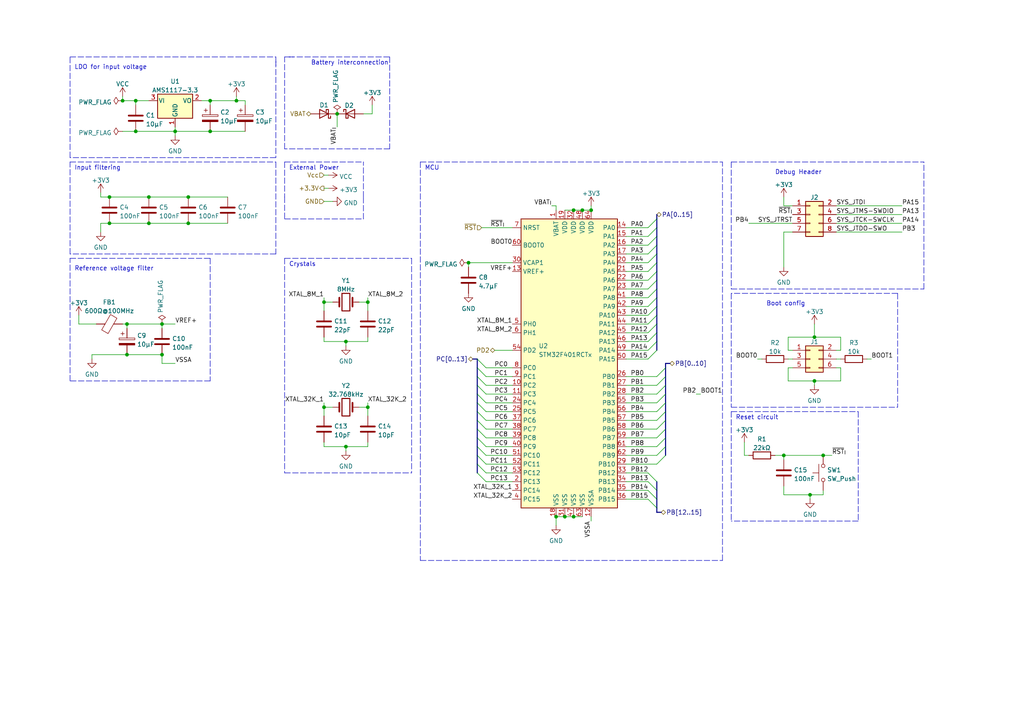
<source format=kicad_sch>
(kicad_sch (version 20211123) (generator eeschema)
  (paper "A4")
  (lib_symbols
    (symbol "Connector_Generic:Conn_02x03_Odd_Even" (pin_names (offset 1.016) hide)
      (property "Reference" "J" (at 1.27 5.08 0))
      (property "Value" "Conn_02x03_Odd_Even" (at 1.27 -5.08 0))
      (symbol "Conn_02x03_Odd_Even_1_1"
        (rectangle (start -1.27 -2.413) (end 0 -2.667) (stroke (width 0.1524)))
        (rectangle (start -1.27 0.127) (end 0 -0.127) (stroke (width 0.1524)))
        (rectangle (start -1.27 2.667) (end 0 2.413) (stroke (width 0.1524)))
        (rectangle (start -1.27 3.81) (end 3.81 -3.81) (stroke (width 0.254)) (fill (type background)))
        (rectangle (start 3.81 -2.413) (end 2.54 -2.667) (stroke (width 0.1524)))
        (rectangle (start 3.81 0.127) (end 2.54 -0.127) (stroke (width 0.1524)))
        (rectangle (start 3.81 2.667) (end 2.54 2.413) (stroke (width 0.1524)))
        (pin passive line (at -5.08 2.54 0) (length 3.81) (name "Pin_1") (number "1"))
        (pin passive line (at 7.62 2.54 180) (length 3.81) (name "Pin_2") (number "2"))
        (pin passive line (at -5.08 0 0) (length 3.81) (name "Pin_3") (number "3"))
        (pin passive line (at 7.62 0 180) (length 3.81) (name "Pin_4") (number "4"))
        (pin passive line (at -5.08 -2.54 0) (length 3.81) (name "Pin_5") (number "5"))
        (pin passive line (at 7.62 -2.54 180) (length 3.81) (name "Pin_6") (number "6"))
      )
    )
    (symbol "Connector_Generic:Conn_02x04_Odd_Even" (pin_names (offset 1.016) hide)
      (property "Reference" "J" (at 1.27 5.08 0))
      (property "Value" "Conn_02x04_Odd_Even" (at 1.27 -7.62 0))
      (symbol "Conn_02x04_Odd_Even_1_1"
        (rectangle (start -1.27 -4.953) (end 0 -5.207) (stroke (width 0.1524)))
        (rectangle (start -1.27 -2.413) (end 0 -2.667) (stroke (width 0.1524)))
        (rectangle (start -1.27 0.127) (end 0 -0.127) (stroke (width 0.1524)))
        (rectangle (start -1.27 2.667) (end 0 2.413) (stroke (width 0.1524)))
        (rectangle (start -1.27 3.81) (end 3.81 -6.35) (stroke (width 0.254)) (fill (type background)))
        (rectangle (start 3.81 -4.953) (end 2.54 -5.207) (stroke (width 0.1524)))
        (rectangle (start 3.81 -2.413) (end 2.54 -2.667) (stroke (width 0.1524)))
        (rectangle (start 3.81 0.127) (end 2.54 -0.127) (stroke (width 0.1524)))
        (rectangle (start 3.81 2.667) (end 2.54 2.413) (stroke (width 0.1524)))
        (pin passive line (at -5.08 2.54 0) (length 3.81) (name "Pin_1") (number "1"))
        (pin passive line (at 7.62 2.54 180) (length 3.81) (name "Pin_2") (number "2"))
        (pin passive line (at -5.08 0 0) (length 3.81) (name "Pin_3") (number "3"))
        (pin passive line (at 7.62 0 180) (length 3.81) (name "Pin_4") (number "4"))
        (pin passive line (at -5.08 -2.54 0) (length 3.81) (name "Pin_5") (number "5"))
        (pin passive line (at 7.62 -2.54 180) (length 3.81) (name "Pin_6") (number "6"))
        (pin passive line (at -5.08 -5.08 0) (length 3.81) (name "Pin_7") (number "7"))
        (pin passive line (at 7.62 -5.08 180) (length 3.81) (name "Pin_8") (number "8"))
      )
    )
    (symbol "Device:C" (pin_numbers hide) (pin_names (offset 0.254))
      (property "Reference" "C" (at 0.635 2.54 0))
      (property "Value" "C" (at 0.635 -2.54 0))
      (symbol "C_0_1"
        (polyline (pts (xy -2.032 -0.762) (xy 2.032 -0.762)) (stroke (width 0.508)))
        (polyline (pts (xy -2.032 0.762) (xy 2.032 0.762)) (stroke (width 0.508)))
      )
      (symbol "C_1_1"
        (pin passive line (at 0 3.81 270) (length 2.794) (name "~") (number "1"))
        (pin passive line (at 0 -3.81 90) (length 2.794) (name "~") (number "2"))
      )
    )
    (symbol "Device:C_Polarized" (pin_numbers hide) (pin_names (offset 0.254))
      (property "Reference" "C" (at 0.635 2.54 0))
      (property "Value" "C_Polarized" (at 0.635 -2.54 0))
      (symbol "C_Polarized_0_1"
        (rectangle (start -2.286 0.508) (end 2.286 1.016))
        (polyline (pts (xy -1.778 2.286) (xy -0.762 2.286)))
        (polyline (pts (xy -1.27 2.794) (xy -1.27 1.778)))
        (rectangle (start 2.286 -0.508) (end -2.286 -1.016) (fill (type outline)))
      )
      (symbol "C_Polarized_1_1"
        (pin passive line (at 0 3.81 270) (length 2.794) (name "~") (number "1"))
        (pin passive line (at 0 -3.81 90) (length 2.794) (name "~") (number "2"))
      )
    )
    (symbol "Device:Crystal" (pin_numbers hide) (pin_names (offset 1.016) hide)
      (property "Reference" "Y" (at 0 3.81 0))
      (property "Value" "Crystal" (at 0 -3.81 0))
      (symbol "Crystal_0_1"
        (rectangle (start -1.143 2.54) (end 1.143 -2.54) (stroke (width 0.3048)))
        (polyline (pts (xy -2.54 0) (xy -1.905 0)))
        (polyline (pts (xy -1.905 -1.27) (xy -1.905 1.27)) (stroke (width 0.508)))
        (polyline (pts (xy 1.905 -1.27) (xy 1.905 1.27)) (stroke (width 0.508)))
        (polyline (pts (xy 2.54 0) (xy 1.905 0)))
      )
      (symbol "Crystal_1_1"
        (pin passive line (at -3.81 0 0) (length 1.27) (name "1") (number "1"))
        (pin passive line (at 3.81 0 180) (length 1.27) (name "2") (number "2"))
      )
    )
    (symbol "Device:D_Schottky" (pin_numbers hide) (pin_names (offset 1.016) hide)
      (property "Reference" "D" (at 0 2.54 0))
      (property "Value" "D_Schottky" (at 0 -2.54 0))
      (symbol "D_Schottky_0_1"
        (polyline (pts (xy 1.27 0) (xy -1.27 0)))
        (polyline (pts (xy 1.27 1.27) (xy 1.27 -1.27) (xy -1.27 0) (xy 1.27 1.27)) (stroke (width 0.254)))
        (polyline (pts (xy -1.905 0.635) (xy -1.905 1.27) (xy -1.27 1.27) (xy -1.27 -1.27) (xy -0.635 -1.27) (xy -0.635 -0.635)) (stroke (width 0.254)))
      )
      (symbol "D_Schottky_1_1"
        (pin passive line (at -3.81 0 0) (length 2.54) (name "K") (number "1"))
        (pin passive line (at 3.81 0 180) (length 2.54) (name "A") (number "2"))
      )
    )
    (symbol "Device:FerriteBead" (pin_numbers hide) (pin_names (offset 0))
      (property "Reference" "FB" (at -3.81 0.635 90))
      (property "Value" "FerriteBead" (at 3.81 0 90))
      (symbol "FerriteBead_0_1"
        (polyline (pts (xy 0 -1.27) (xy 0 -1.2192)))
        (polyline (pts (xy 0 1.27) (xy 0 1.2954)))
        (polyline (pts (xy -2.7686 0.4064) (xy -1.7018 2.2606) (xy 2.7686 -0.3048) (xy 1.6764 -2.159) (xy -2.7686 0.4064)))
      )
      (symbol "FerriteBead_1_1"
        (pin passive line (at 0 3.81 270) (length 2.54) (name "~") (number "1"))
        (pin passive line (at 0 -3.81 90) (length 2.54) (name "~") (number "2"))
      )
    )
    (symbol "Device:R" (pin_numbers hide) (pin_names (offset 0))
      (property "Reference" "R" (at 2.032 0 90))
      (property "Value" "R" (at 0 0 90))
      (symbol "R_0_1"
        (rectangle (start -1.016 -2.54) (end 1.016 2.54) (stroke (width 0.254)))
      )
      (symbol "R_1_1"
        (pin passive line (at 0 3.81 270) (length 1.27) (name "~") (number "1"))
        (pin passive line (at 0 -3.81 90) (length 1.27) (name "~") (number "2"))
      )
    )
    (symbol "MCU_ST_STM32F4:STM32F401RCTx"
      (property "Reference" "U" (at -15.24 41.91 0))
      (property "Value" "STM32F401RCTx" (at 7.62 41.91 0))
      (symbol "STM32F401RCTx_0_1"
        (rectangle (start -15.24 -43.18) (end 12.7 40.64) (stroke (width 0.254)) (fill (type background)))
      )
      (symbol "STM32F401RCTx_1_1"
        (pin power_in line (at -5.08 43.18 270) (length 2.54) (name "VBAT") (number "1"))
        (pin bidirectional line (at -17.78 -7.62 0) (length 2.54) (name "PC2") (number "10"))
        (pin bidirectional line (at -17.78 -10.16 0) (length 2.54) (name "PC3") (number "11"))
        (pin power_in line (at 5.08 -45.72 90) (length 2.54) (name "VSSA") (number "12"))
        (pin power_in line (at -17.78 25.4 0) (length 2.54) (name "VREF+") (number "13"))
        (pin bidirectional line (at 15.24 38.1 180) (length 2.54) (name "PA0") (number "14"))
        (pin bidirectional line (at 15.24 35.56 180) (length 2.54) (name "PA1") (number "15"))
        (pin bidirectional line (at 15.24 33.02 180) (length 2.54) (name "PA2") (number "16"))
        (pin bidirectional line (at 15.24 30.48 180) (length 2.54) (name "PA3") (number "17"))
        (pin power_in line (at -5.08 -45.72 90) (length 2.54) (name "VSS") (number "18"))
        (pin power_in line (at -2.54 43.18 270) (length 2.54) (name "VDD") (number "19"))
        (pin bidirectional line (at -17.78 -35.56 0) (length 2.54) (name "PC13") (number "2"))
        (pin bidirectional line (at 15.24 27.94 180) (length 2.54) (name "PA4") (number "20"))
        (pin bidirectional line (at 15.24 25.4 180) (length 2.54) (name "PA5") (number "21"))
        (pin bidirectional line (at 15.24 22.86 180) (length 2.54) (name "PA6") (number "22"))
        (pin bidirectional line (at 15.24 20.32 180) (length 2.54) (name "PA7") (number "23"))
        (pin bidirectional line (at -17.78 -12.7 0) (length 2.54) (name "PC4") (number "24"))
        (pin bidirectional line (at -17.78 -15.24 0) (length 2.54) (name "PC5") (number "25"))
        (pin bidirectional line (at 15.24 -5.08 180) (length 2.54) (name "PB0") (number "26"))
        (pin bidirectional line (at 15.24 -7.62 180) (length 2.54) (name "PB1") (number "27"))
        (pin bidirectional line (at 15.24 -10.16 180) (length 2.54) (name "PB2") (number "28"))
        (pin bidirectional line (at 15.24 -30.48 180) (length 2.54) (name "PB10") (number "29"))
        (pin bidirectional line (at -17.78 -38.1 0) (length 2.54) (name "PC14") (number "3"))
        (pin power_in line (at -17.78 27.94 0) (length 2.54) (name "VCAP1") (number "30"))
        (pin power_in line (at -2.54 -45.72 90) (length 2.54) (name "VSS") (number "31"))
        (pin power_in line (at 0 43.18 270) (length 2.54) (name "VDD") (number "32"))
        (pin bidirectional line (at 15.24 -33.02 180) (length 2.54) (name "PB12") (number "33"))
        (pin bidirectional line (at 15.24 -35.56 180) (length 2.54) (name "PB13") (number "34"))
        (pin bidirectional line (at 15.24 -38.1 180) (length 2.54) (name "PB14") (number "35"))
        (pin bidirectional line (at 15.24 -40.64 180) (length 2.54) (name "PB15") (number "36"))
        (pin bidirectional line (at -17.78 -17.78 0) (length 2.54) (name "PC6") (number "37"))
        (pin bidirectional line (at -17.78 -20.32 0) (length 2.54) (name "PC7") (number "38"))
        (pin bidirectional line (at -17.78 -22.86 0) (length 2.54) (name "PC8") (number "39"))
        (pin bidirectional line (at -17.78 -40.64 0) (length 2.54) (name "PC15") (number "4"))
        (pin bidirectional line (at -17.78 -25.4 0) (length 2.54) (name "PC9") (number "40"))
        (pin bidirectional line (at 15.24 17.78 180) (length 2.54) (name "PA8") (number "41"))
        (pin bidirectional line (at 15.24 15.24 180) (length 2.54) (name "PA9") (number "42"))
        (pin bidirectional line (at 15.24 12.7 180) (length 2.54) (name "PA10") (number "43"))
        (pin bidirectional line (at 15.24 10.16 180) (length 2.54) (name "PA11") (number "44"))
        (pin bidirectional line (at 15.24 7.62 180) (length 2.54) (name "PA12") (number "45"))
        (pin bidirectional line (at 15.24 5.08 180) (length 2.54) (name "PA13") (number "46"))
        (pin power_in line (at 0 -45.72 90) (length 2.54) (name "VSS") (number "47"))
        (pin power_in line (at 2.54 43.18 270) (length 2.54) (name "VDD") (number "48"))
        (pin bidirectional line (at 15.24 2.54 180) (length 2.54) (name "PA14") (number "49"))
        (pin input line (at -17.78 10.16 0) (length 2.54) (name "PH0") (number "5"))
        (pin bidirectional line (at 15.24 0 180) (length 2.54) (name "PA15") (number "50"))
        (pin bidirectional line (at -17.78 -27.94 0) (length 2.54) (name "PC10") (number "51"))
        (pin bidirectional line (at -17.78 -30.48 0) (length 2.54) (name "PC11") (number "52"))
        (pin bidirectional line (at -17.78 -33.02 0) (length 2.54) (name "PC12") (number "53"))
        (pin bidirectional line (at -17.78 2.54 0) (length 2.54) (name "PD2") (number "54"))
        (pin bidirectional line (at 15.24 -12.7 180) (length 2.54) (name "PB3") (number "55"))
        (pin bidirectional line (at 15.24 -15.24 180) (length 2.54) (name "PB4") (number "56"))
        (pin bidirectional line (at 15.24 -17.78 180) (length 2.54) (name "PB5") (number "57"))
        (pin bidirectional line (at 15.24 -20.32 180) (length 2.54) (name "PB6") (number "58"))
        (pin bidirectional line (at 15.24 -22.86 180) (length 2.54) (name "PB7") (number "59"))
        (pin input line (at -17.78 7.62 0) (length 2.54) (name "PH1") (number "6"))
        (pin input line (at -17.78 33.02 0) (length 2.54) (name "BOOT0") (number "60"))
        (pin bidirectional line (at 15.24 -25.4 180) (length 2.54) (name "PB8") (number "61"))
        (pin bidirectional line (at 15.24 -27.94 180) (length 2.54) (name "PB9") (number "62"))
        (pin power_in line (at 2.54 -45.72 90) (length 2.54) (name "VSS") (number "63"))
        (pin power_in line (at 5.08 43.18 270) (length 2.54) (name "VDD") (number "64"))
        (pin input line (at -17.78 38.1 0) (length 2.54) (name "NRST") (number "7"))
        (pin bidirectional line (at -17.78 -2.54 0) (length 2.54) (name "PC0") (number "8"))
        (pin bidirectional line (at -17.78 -5.08 0) (length 2.54) (name "PC1") (number "9"))
      )
    )
    (symbol "Regulator_Linear:AMS1117-3.3" (pin_names (offset 0.254))
      (property "Reference" "U" (at -3.81 3.175 0))
      (property "Value" "AMS1117-3.3" (at 0 3.175 0))
      (symbol "AMS1117-3.3_0_1"
        (rectangle (start -5.08 -5.08) (end 5.08 1.905) (stroke (width 0.254)) (fill (type background)))
      )
      (symbol "AMS1117-3.3_1_1"
        (pin power_in line (at 0 -7.62 90) (length 2.54) (name "GND") (number "1"))
        (pin power_out line (at 7.62 0 180) (length 2.54) (name "VO") (number "2"))
        (pin power_in line (at -7.62 0 0) (length 2.54) (name "VI") (number "3"))
      )
    )
    (symbol "Switch:SW_Push" (pin_numbers hide) (pin_names (offset 1.016) hide)
      (property "Reference" "SW" (at 1.27 2.54 0))
      (property "Value" "SW_Push" (at 0 -1.524 0))
      (symbol "SW_Push_0_1"
        (circle (center -2.032 0) (radius 0.508))
        (polyline (pts (xy 0 1.27) (xy 0 3.048)))
        (polyline (pts (xy 2.54 1.27) (xy -2.54 1.27)))
        (circle (center 2.032 0) (radius 0.508))
        (pin passive line (at -5.08 0 0) (length 2.54) (name "1") (number "1"))
        (pin passive line (at 5.08 0 180) (length 2.54) (name "2") (number "2"))
      )
    )
    (symbol "power:+3.3V" (power) (pin_names (offset 0))
      (property "Value" "+3.3V" (at 0 3.556 0))
      (symbol "+3.3V_0_1"
        (polyline (pts (xy -0.762 1.27) (xy 0 2.54)))
        (polyline (pts (xy 0 0) (xy 0 2.54)))
        (polyline (pts (xy 0 2.54) (xy 0.762 1.27)))
      )
      (symbol "+3.3V_1_1"
        (pin power_in line (at 0 0 90) (length 0) hide (name "+3V3") (number "1"))
      )
    )
    (symbol "power:GND" (power) (pin_names (offset 0))
      (property "Value" "GND" (at 0 -3.81 0))
      (symbol "GND_0_1"
        (polyline (pts (xy 0 0) (xy 0 -1.27) (xy 1.27 -1.27) (xy 0 -2.54) (xy -1.27 -1.27) (xy 0 -1.27)))
      )
      (symbol "GND_1_1"
        (pin power_in line (at 0 0 270) (length 0) hide (name "GND") (number "1"))
      )
    )
    (symbol "power:PWR_FLAG" (power) (pin_numbers hide) (pin_names (offset 0) hide)
      (property "Value" "PWR_FLAG" (at 0 3.81 0))
      (symbol "PWR_FLAG_0_0"
        (pin power_out line (at 0 0 90) (length 0) (name "pwr") (number "1"))
      )
      (symbol "PWR_FLAG_0_1"
        (polyline (pts (xy 0 0) (xy 0 1.27) (xy -1.016 1.905) (xy 0 2.54) (xy 1.016 1.905) (xy 0 1.27)))
      )
    )
    (symbol "power:VCC" (power) (pin_names (offset 0))
      (property "Value" "VCC" (at 0 3.81 0))
      (symbol "VCC_0_1"
        (polyline (pts (xy -0.762 1.27) (xy 0 2.54)))
        (polyline (pts (xy 0 0) (xy 0 2.54)))
        (polyline (pts (xy 0 2.54) (xy 0.762 1.27)))
      )
      (symbol "VCC_1_1"
        (pin power_in line (at 0 0 90) (length 0) hide (name "VCC") (number "1"))
      )
    )
  )
  (junction (at 93.98 87.63))
  (junction (at 106.68 118.11))
  (junction (at 100.33 129.54))
  (junction (at 54.61 64.77))
  (junction (at 163.83 149.86))
  (junction (at 97.79 33.02))
  (junction (at 93.98 118.11))
  (junction (at 236.22 110.49))
  (junction (at 168.91 60.96))
  (junction (at 161.29 149.86))
  (junction (at 31.75 64.77))
  (junction (at 100.33 99.06))
  (junction (at 54.61 57.15))
  (junction (at 236.22 97.79))
  (junction (at 234.95 143.51))
  (junction (at 106.68 87.63))
  (junction (at 43.18 64.77))
  (junction (at 60.96 29.21))
  (junction (at 46.99 93.98))
  (junction (at 39.37 29.21))
  (junction (at 227.33 132.08))
  (junction (at 46.99 102.87))
  (junction (at 166.37 149.86))
  (junction (at 166.37 60.96))
  (junction (at 35.56 29.21))
  (junction (at 31.75 57.15))
  (junction (at 68.58 29.21))
  (junction (at 36.83 102.87))
  (junction (at 171.45 60.96))
  (junction (at 238.76 132.08))
  (junction (at 50.8 38.1))
  (junction (at 43.18 57.15))
  (junction (at 36.83 93.98))
  (junction (at 135.89 76.2))
  (junction (at 60.96 38.1))
  (junction (at 39.37 38.1))
  (bus_entry (at 140.97 137.16) (size -2.54 -2.54))
  (bus_entry (at 140.97 111.76) (size -2.54 -2.54))
  (bus_entry (at 187.96 104.14) (size 2.54 -2.54))
  (bus_entry (at 140.97 132.08) (size -2.54 -2.54))
  (bus_entry (at 140.97 114.3) (size -2.54 -2.54))
  (bus_entry (at 190.5 134.62) (size 2.54 -2.54))
  (bus_entry (at 190.5 124.46) (size 2.54 -2.54))
  (bus_entry (at 140.97 134.62) (size -2.54 -2.54))
  (bus_entry (at 140.97 129.54) (size -2.54 -2.54))
  (bus_entry (at 140.97 109.22) (size -2.54 -2.54))
  (bus_entry (at 140.97 127) (size -2.54 -2.54))
  (bus_entry (at 140.97 121.92) (size -2.54 -2.54))
  (bus_entry (at 190.5 109.22) (size 2.54 -2.54))
  (bus_entry (at 190.5 129.54) (size 2.54 -2.54))
  (bus_entry (at 187.96 91.44) (size 2.54 -2.54))
  (bus_entry (at 187.96 96.52) (size 2.54 -2.54))
  (bus_entry (at 187.96 93.98) (size 2.54 -2.54))
  (bus_entry (at 187.96 99.06) (size 2.54 -2.54))
  (bus_entry (at 187.96 73.66) (size 2.54 -2.54))
  (bus_entry (at 187.96 76.2) (size 2.54 -2.54))
  (bus_entry (at 187.96 78.74) (size 2.54 -2.54))
  (bus_entry (at 187.96 71.12) (size 2.54 -2.54))
  (bus_entry (at 187.96 68.58) (size 2.54 -2.54))
  (bus_entry (at 187.96 66.04) (size 2.54 -2.54))
  (bus_entry (at 187.96 88.9) (size 2.54 -2.54))
  (bus_entry (at 187.96 83.82) (size 2.54 -2.54))
  (bus_entry (at 187.96 86.36) (size 2.54 -2.54))
  (bus_entry (at 187.96 81.28) (size 2.54 -2.54))
  (bus_entry (at 140.97 139.7) (size -2.54 -2.54))
  (bus_entry (at 187.96 137.16) (size 2.54 2.54))
  (bus_entry (at 187.96 139.7) (size 2.54 2.54))
  (bus_entry (at 187.96 142.24) (size 2.54 2.54))
  (bus_entry (at 187.96 144.78) (size 2.54 2.54))
  (bus_entry (at 190.5 119.38) (size 2.54 -2.54))
  (bus_entry (at 190.5 132.08) (size 2.54 -2.54))
  (bus_entry (at 190.5 116.84) (size 2.54 -2.54))
  (bus_entry (at 140.97 106.68) (size -2.54 -2.54))
  (bus_entry (at 190.5 111.76) (size 2.54 -2.54))
  (bus_entry (at 190.5 114.3) (size 2.54 -2.54))
  (bus_entry (at 190.5 127) (size 2.54 -2.54))
  (bus_entry (at 190.5 121.92) (size 2.54 -2.54))
  (bus_entry (at 187.96 101.6) (size 2.54 -2.54))
  (bus_entry (at 140.97 124.46) (size -2.54 -2.54))
  (bus_entry (at 140.97 119.38) (size -2.54 -2.54))
  (bus_entry (at 140.97 116.84) (size -2.54 -2.54))
  (bus (pts (xy 190.5 99.06) (xy 190.5 96.52)))
  (wire (pts (xy 217.17 64.77) (xy 229.87 64.77)))
  (wire (pts (xy 22.86 91.44) (xy 22.86 93.98)))
  (bus (pts (xy 138.43 106.68) (xy 138.43 104.14)))
  (wire (pts (xy 66.04 57.15) (xy 54.61 57.15)))
  (wire (pts (xy 93.98 128.27) (xy 93.98 129.54)))
  (wire (pts (xy 181.61 99.06) (xy 187.96 99.06)))
  (wire (pts (xy 106.68 120.65) (xy 106.68 118.11)))
  (wire (pts (xy 43.18 57.15) (xy 31.75 57.15)))
  (polyline (pts (xy 212.09 118.11) (xy 260.35 118.11)))
  (wire (pts (xy 93.98 58.42) (xy 96.52 58.42)))
  (wire (pts (xy 181.61 124.46) (xy 190.5 124.46)))
  (bus (pts (xy 193.04 127) (xy 193.04 124.46)))
  (wire (pts (xy 251.46 104.14) (xy 252.73 104.14)))
  (wire (pts (xy 181.61 119.38) (xy 190.5 119.38)))
  (bus (pts (xy 190.5 91.44) (xy 190.5 88.9)))
  (polyline (pts (xy 209.55 162.56) (xy 209.55 46.99)))
  (wire (pts (xy 181.61 127) (xy 190.5 127)))
  (polyline (pts (xy 248.92 119.38) (xy 248.92 151.13)))
  (wire (pts (xy 26.67 102.87) (xy 26.67 104.14)))
  (wire (pts (xy 68.58 29.21) (xy 71.12 29.21)))
  (wire (pts (xy 106.68 90.17) (xy 106.68 87.63)))
  (wire (pts (xy 181.61 73.66) (xy 187.96 73.66)))
  (bus (pts (xy 138.43 132.08) (xy 138.43 129.54)))
  (bus (pts (xy 138.43 116.84) (xy 138.43 114.3)))
  (polyline (pts (xy 82.55 63.5) (xy 105.41 63.5)))
  (wire (pts (xy 181.61 76.2) (xy 187.96 76.2)))
  (wire (pts (xy 60.96 29.21) (xy 68.58 29.21)))
  (wire (pts (xy 243.84 101.6) (xy 242.57 101.6)))
  (bus (pts (xy 193.04 105.41) (xy 194.31 105.41)))
  (wire (pts (xy 39.37 38.1) (xy 50.8 38.1)))
  (wire (pts (xy 229.87 101.6) (xy 228.6 101.6)))
  (wire (pts (xy 181.61 104.14) (xy 187.96 104.14)))
  (wire (pts (xy 163.83 149.86) (xy 161.29 149.86)))
  (bus (pts (xy 193.04 129.54) (xy 193.04 127)))
  (wire (pts (xy 50.8 38.1) (xy 60.96 38.1)))
  (wire (pts (xy 242.57 67.31) (xy 261.62 67.31)))
  (wire (pts (xy 160.02 59.69) (xy 161.29 59.69)))
  (wire (pts (xy 93.98 129.54) (xy 100.33 129.54)))
  (wire (pts (xy 93.98 118.11) (xy 93.98 120.65)))
  (wire (pts (xy 93.98 116.84) (xy 93.98 118.11)))
  (wire (pts (xy 135.89 76.2) (xy 148.59 76.2)))
  (wire (pts (xy 181.61 81.28) (xy 187.96 81.28)))
  (wire (pts (xy 106.68 116.84) (xy 106.68 118.11)))
  (wire (pts (xy 96.52 87.63) (xy 93.98 87.63)))
  (polyline (pts (xy 82.55 16.51) (xy 85.09 16.51)))
  (wire (pts (xy 227.33 143.51) (xy 234.95 143.51)))
  (wire (pts (xy 31.75 64.77) (xy 43.18 64.77)))
  (bus (pts (xy 193.04 124.46) (xy 193.04 121.92)))
  (bus (pts (xy 190.5 142.24) (xy 190.5 144.78)))
  (wire (pts (xy 100.33 99.06) (xy 100.33 100.33)))
  (wire (pts (xy 35.56 38.1) (xy 39.37 38.1)))
  (bus (pts (xy 190.5 63.5) (xy 190.5 62.23)))
  (wire (pts (xy 140.97 106.68) (xy 148.59 106.68)))
  (bus (pts (xy 193.04 111.76) (xy 193.04 109.22)))
  (bus (pts (xy 193.04 116.84) (xy 193.04 114.3)))
  (polyline (pts (xy 82.55 57.15) (xy 82.55 63.5)))
  (wire (pts (xy 50.8 105.41) (xy 46.99 105.41)))
  (wire (pts (xy 97.79 33.02) (xy 97.79 36.83)))
  (wire (pts (xy 100.33 99.06) (xy 106.68 99.06)))
  (polyline (pts (xy 113.03 16.51) (xy 113.03 43.18)))
  (wire (pts (xy 54.61 64.77) (xy 66.04 64.77)))
  (wire (pts (xy 107.95 33.02) (xy 105.41 33.02)))
  (polyline (pts (xy 260.35 85.09) (xy 260.35 118.11)))
  (wire (pts (xy 107.95 30.48) (xy 107.95 33.02)))
  (wire (pts (xy 96.52 118.11) (xy 93.98 118.11)))
  (wire (pts (xy 43.18 64.77) (xy 54.61 64.77)))
  (wire (pts (xy 140.97 134.62) (xy 148.59 134.62)))
  (bus (pts (xy 138.43 109.22) (xy 138.43 111.76)))
  (wire (pts (xy 35.56 93.98) (xy 36.83 93.98)))
  (polyline (pts (xy 20.32 73.66) (xy 20.32 46.99)))
  (wire (pts (xy 181.61 66.04) (xy 187.96 66.04)))
  (wire (pts (xy 50.8 36.83) (xy 50.8 38.1)))
  (bus (pts (xy 138.43 104.14) (xy 137.16 104.14)))
  (wire (pts (xy 106.68 118.11) (xy 104.14 118.11)))
  (wire (pts (xy 46.99 102.87) (xy 36.83 102.87)))
  (wire (pts (xy 60.96 30.48) (xy 60.96 29.21)))
  (wire (pts (xy 181.61 86.36) (xy 187.96 86.36)))
  (wire (pts (xy 171.45 59.69) (xy 171.45 60.96)))
  (wire (pts (xy 93.98 54.61) (xy 95.25 54.61)))
  (bus (pts (xy 138.43 127) (xy 138.43 124.46)))
  (wire (pts (xy 93.98 87.63) (xy 93.98 90.17)))
  (wire (pts (xy 242.57 59.69) (xy 261.62 59.69)))
  (polyline (pts (xy 121.92 46.99) (xy 209.55 46.99)))
  (wire (pts (xy 228.6 101.6) (xy 228.6 97.79)))
  (wire (pts (xy 243.84 106.68) (xy 243.84 110.49)))
  (bus (pts (xy 190.5 147.32) (xy 190.5 148.59)))
  (wire (pts (xy 29.21 67.31) (xy 29.21 64.77)))
  (polyline (pts (xy 59.69 74.93) (xy 60.96 74.93)))
  (wire (pts (xy 181.61 111.76) (xy 190.5 111.76)))
  (wire (pts (xy 36.83 93.98) (xy 46.99 93.98)))
  (wire (pts (xy 68.58 27.94) (xy 68.58 29.21)))
  (wire (pts (xy 140.97 124.46) (xy 148.59 124.46)))
  (wire (pts (xy 46.99 93.98) (xy 50.8 93.98)))
  (wire (pts (xy 166.37 60.96) (xy 168.91 60.96)))
  (wire (pts (xy 217.17 132.08) (xy 215.9 132.08)))
  (wire (pts (xy 181.61 129.54) (xy 190.5 129.54)))
  (wire (pts (xy 181.61 139.7) (xy 187.96 139.7)))
  (wire (pts (xy 100.33 129.54) (xy 100.33 130.81)))
  (wire (pts (xy 139.7 66.04) (xy 148.59 66.04)))
  (bus (pts (xy 138.43 134.62) (xy 138.43 132.08)))
  (wire (pts (xy 181.61 109.22) (xy 190.5 109.22)))
  (polyline (pts (xy 60.96 110.49) (xy 20.32 110.49)))
  (wire (pts (xy 135.89 77.47) (xy 135.89 76.2)))
  (wire (pts (xy 171.45 149.86) (xy 171.45 151.13)))
  (wire (pts (xy 242.57 104.14) (xy 243.84 104.14)))
  (wire (pts (xy 227.33 140.97) (xy 227.33 143.51)))
  (wire (pts (xy 93.98 50.8) (xy 95.25 50.8)))
  (wire (pts (xy 227.33 59.69) (xy 229.87 59.69)))
  (wire (pts (xy 140.97 119.38) (xy 148.59 119.38)))
  (polyline (pts (xy 82.55 43.18) (xy 82.55 16.51)))
  (wire (pts (xy 181.61 121.92) (xy 190.5 121.92)))
  (wire (pts (xy 181.61 96.52) (xy 187.96 96.52)))
  (polyline (pts (xy 105.41 63.5) (xy 105.41 57.15)))
  (polyline (pts (xy 105.41 57.15) (xy 105.41 46.99)))
  (bus (pts (xy 193.04 119.38) (xy 193.04 116.84)))
  (polyline (pts (xy 20.32 74.93) (xy 59.69 74.93)))
  (polyline (pts (xy 119.38 74.93) (xy 119.38 137.16)))
  (wire (pts (xy 242.57 64.77) (xy 261.62 64.77)))
  (wire (pts (xy 36.83 102.87) (xy 26.67 102.87)))
  (wire (pts (xy 181.61 134.62) (xy 190.5 134.62)))
  (wire (pts (xy 181.61 91.44) (xy 187.96 91.44)))
  (wire (pts (xy 228.6 104.14) (xy 229.87 104.14)))
  (wire (pts (xy 227.33 133.35) (xy 227.33 132.08)))
  (bus (pts (xy 193.04 132.08) (xy 193.04 129.54)))
  (wire (pts (xy 215.9 132.08) (xy 215.9 128.27)))
  (wire (pts (xy 140.97 132.08) (xy 148.59 132.08)))
  (wire (pts (xy 35.56 27.94) (xy 35.56 29.21)))
  (polyline (pts (xy 82.55 46.99) (xy 105.41 46.99)))
  (wire (pts (xy 242.57 62.23) (xy 261.62 62.23)))
  (wire (pts (xy 163.83 60.96) (xy 166.37 60.96)))
  (polyline (pts (xy 116.84 137.16) (xy 119.38 137.16)))
  (wire (pts (xy 54.61 57.15) (xy 43.18 57.15)))
  (wire (pts (xy 181.61 83.82) (xy 187.96 83.82)))
  (wire (pts (xy 227.33 67.31) (xy 229.87 67.31)))
  (bus (pts (xy 190.5 71.12) (xy 190.5 68.58)))
  (wire (pts (xy 181.61 101.6) (xy 187.96 101.6)))
  (wire (pts (xy 36.83 93.98) (xy 36.83 95.25)))
  (wire (pts (xy 181.61 114.3) (xy 190.5 114.3)))
  (wire (pts (xy 140.97 129.54) (xy 148.59 129.54)))
  (polyline (pts (xy 212.09 46.99) (xy 212.09 83.82)))
  (wire (pts (xy 46.99 105.41) (xy 46.99 102.87)))
  (wire (pts (xy 181.61 137.16) (xy 187.96 137.16)))
  (bus (pts (xy 193.04 106.68) (xy 193.04 105.41)))
  (wire (pts (xy 106.68 87.63) (xy 104.14 87.63)))
  (wire (pts (xy 166.37 149.86) (xy 163.83 149.86)))
  (wire (pts (xy 168.91 60.96) (xy 171.45 60.96)))
  (wire (pts (xy 31.75 57.15) (xy 29.21 57.15)))
  (wire (pts (xy 181.61 78.74) (xy 187.96 78.74)))
  (bus (pts (xy 138.43 121.92) (xy 138.43 119.38)))
  (polyline (pts (xy 20.32 46.99) (xy 80.01 46.99)))
  (wire (pts (xy 140.97 109.22) (xy 148.59 109.22)))
  (wire (pts (xy 234.95 143.51) (xy 234.95 144.78)))
  (wire (pts (xy 29.21 64.77) (xy 31.75 64.77)))
  (wire (pts (xy 39.37 29.21) (xy 39.37 30.48)))
  (bus (pts (xy 190.5 144.78) (xy 190.5 147.32)))
  (wire (pts (xy 228.6 110.49) (xy 228.6 106.68)))
  (bus (pts (xy 190.5 78.74) (xy 190.5 76.2)))
  (wire (pts (xy 100.33 129.54) (xy 106.68 129.54)))
  (wire (pts (xy 93.98 99.06) (xy 100.33 99.06)))
  (polyline (pts (xy 20.32 45.72) (xy 20.32 16.51)))
  (wire (pts (xy 46.99 93.98) (xy 46.99 95.25)))
  (wire (pts (xy 242.57 106.68) (xy 243.84 106.68)))
  (polyline (pts (xy 212.09 119.38) (xy 212.09 151.13)))
  (wire (pts (xy 106.68 86.36) (xy 106.68 87.63)))
  (wire (pts (xy 228.6 97.79) (xy 236.22 97.79)))
  (wire (pts (xy 227.33 57.15) (xy 227.33 59.69)))
  (wire (pts (xy 43.18 29.21) (xy 39.37 29.21)))
  (bus (pts (xy 138.43 129.54) (xy 138.43 127)))
  (wire (pts (xy 236.22 110.49) (xy 228.6 110.49)))
  (polyline (pts (xy 121.92 46.99) (xy 121.92 162.56)))
  (bus (pts (xy 193.04 109.22) (xy 193.04 106.68)))
  (polyline (pts (xy 83.82 16.51) (xy 113.03 16.51)))
  (polyline (pts (xy 20.32 110.49) (xy 20.32 74.93)))
  (polyline (pts (xy 80.01 46.99) (xy 80.01 73.66)))
  (polyline (pts (xy 267.97 83.82) (xy 267.97 46.99)))
  (wire (pts (xy 140.97 137.16) (xy 148.59 137.16)))
  (wire (pts (xy 181.61 93.98) (xy 187.96 93.98)))
  (wire (pts (xy 181.61 71.12) (xy 187.96 71.12)))
  (polyline (pts (xy 116.84 74.93) (xy 119.38 74.93)))
  (polyline (pts (xy 20.32 16.51) (xy 80.01 16.51)))
  (wire (pts (xy 228.6 106.68) (xy 229.87 106.68)))
  (polyline (pts (xy 121.92 162.56) (xy 209.55 162.56)))
  (wire (pts (xy 161.29 152.4) (xy 161.29 149.86)))
  (polyline (pts (xy 82.55 137.16) (xy 116.84 137.16)))
  (polyline (pts (xy 60.96 74.93) (xy 60.96 110.49)))
  (wire (pts (xy 93.98 86.36) (xy 93.98 87.63)))
  (bus (pts (xy 190.5 86.36) (xy 190.5 83.82)))
  (polyline (pts (xy 212.09 85.09) (xy 212.09 118.11)))
  (polyline (pts (xy 82.55 46.99) (xy 82.55 57.15)))
  (bus (pts (xy 190.5 139.7) (xy 190.5 142.24)))
  (polyline (pts (xy 113.03 43.18) (xy 82.55 43.18)))
  (bus (pts (xy 193.04 121.92) (xy 193.04 119.38)))
  (polyline (pts (xy 80.01 17.78) (xy 80.01 45.72)))
  (wire (pts (xy 181.61 116.84) (xy 190.5 116.84)))
  (bus (pts (xy 190.5 93.98) (xy 190.5 91.44)))
  (wire (pts (xy 227.33 132.08) (xy 238.76 132.08)))
  (bus (pts (xy 190.5 88.9) (xy 190.5 86.36)))
  (wire (pts (xy 106.68 129.54) (xy 106.68 128.27)))
  (bus (pts (xy 193.04 114.3) (xy 193.04 111.76)))
  (wire (pts (xy 219.71 104.14) (xy 220.98 104.14)))
  (bus (pts (xy 138.43 119.38) (xy 138.43 116.84)))
  (wire (pts (xy 181.61 144.78) (xy 187.96 144.78)))
  (wire (pts (xy 106.68 99.06) (xy 106.68 97.79)))
  (wire (pts (xy 181.61 142.24) (xy 187.96 142.24)))
  (wire (pts (xy 181.61 68.58) (xy 187.96 68.58)))
  (polyline (pts (xy 80.01 73.66) (xy 20.32 73.66)))
  (wire (pts (xy 168.91 149.86) (xy 166.37 149.86)))
  (wire (pts (xy 224.79 132.08) (xy 227.33 132.08)))
  (polyline (pts (xy 212.09 46.99) (xy 267.97 46.99)))
  (wire (pts (xy 140.97 116.84) (xy 148.59 116.84)))
  (polyline (pts (xy 212.09 119.38) (xy 248.92 119.38)))
  (polyline (pts (xy 260.35 85.09) (xy 212.09 85.09)))
  (bus (pts (xy 138.43 137.16) (xy 138.43 134.62)))
  (bus (pts (xy 138.43 106.68) (xy 138.43 109.22)))
  (bus (pts (xy 190.5 148.59) (xy 191.77 148.59)))
  (bus (pts (xy 138.43 114.3) (xy 138.43 111.76)))
  (wire (pts (xy 181.61 88.9) (xy 187.96 88.9)))
  (wire (pts (xy 234.95 143.51) (xy 238.76 143.51)))
  (wire (pts (xy 236.22 110.49) (xy 236.22 111.76)))
  (bus (pts (xy 190.5 96.52) (xy 190.5 93.98)))
  (wire (pts (xy 161.29 59.69) (xy 161.29 60.96)))
  (wire (pts (xy 238.76 143.51) (xy 238.76 142.24)))
  (wire (pts (xy 201.93 114.3) (xy 203.2 114.3)))
  (wire (pts (xy 238.76 132.08) (xy 241.3 132.08)))
  (bus (pts (xy 190.5 66.04) (xy 190.5 63.5)))
  (bus (pts (xy 190.5 101.6) (xy 190.5 99.06)))
  (wire (pts (xy 29.21 57.15) (xy 29.21 55.88)))
  (wire (pts (xy 140.97 139.7) (xy 148.59 139.7)))
  (wire (pts (xy 243.84 97.79) (xy 243.84 101.6)))
  (bus (pts (xy 190.5 68.58) (xy 190.5 66.04)))
  (wire (pts (xy 243.84 110.49) (xy 236.22 110.49)))
  (wire (pts (xy 236.22 97.79) (xy 243.84 97.79)))
  (wire (pts (xy 60.96 29.21) (xy 58.42 29.21)))
  (wire (pts (xy 140.97 111.76) (xy 148.59 111.76)))
  (wire (pts (xy 50.8 38.1) (xy 50.8 39.37)))
  (polyline (pts (xy 248.92 151.13) (xy 212.09 151.13)))
  (bus (pts (xy 190.5 83.82) (xy 190.5 81.28)))
  (wire (pts (xy 227.33 67.31) (xy 227.33 77.47)))
  (bus (pts (xy 190.5 76.2) (xy 190.5 73.66)))
  (wire (pts (xy 39.37 29.21) (xy 35.56 29.21)))
  (wire (pts (xy 143.51 101.6) (xy 148.59 101.6)))
  (polyline (pts (xy 80.01 45.72) (xy 20.32 45.72)))
  (polyline (pts (xy 82.55 74.93) (xy 82.55 137.16)))
  (bus (pts (xy 190.5 73.66) (xy 190.5 71.12)))
  (wire (pts (xy 71.12 29.21) (xy 71.12 30.48)))
  (polyline (pts (xy 212.09 83.82) (xy 267.97 83.82)))
  (polyline (pts (xy 80.01 16.51) (xy 80.01 19.05)))
  (bus (pts (xy 138.43 124.46) (xy 138.43 121.92)))
  (wire (pts (xy 140.97 114.3) (xy 148.59 114.3)))
  (wire (pts (xy 236.22 97.79) (xy 236.22 93.98)))
  (wire (pts (xy 181.61 132.08) (xy 190.5 132.08)))
  (wire (pts (xy 140.97 127) (xy 148.59 127)))
  (wire (pts (xy 22.86 93.98) (xy 27.94 93.98)))
  (wire (pts (xy 93.98 97.79) (xy 93.98 99.06)))
  (polyline (pts (xy 82.55 74.93) (xy 116.84 74.93)))
  (bus (pts (xy 190.5 81.28) (xy 190.5 78.74)))
  (wire (pts (xy 140.97 121.92) (xy 148.59 121.92)))
  (wire (pts (xy 60.96 38.1) (xy 71.12 38.1)))
  (text "Input filtering" (at 21.59 49.53 0) (effects (font (size 1.27 1.27)) (justify left bottom)))
  (text "Boot config" (at 222.25 88.9 0) (effects (font (size 1.27 1.27)) (justify left bottom)))
  (text "Debug Header" (at 224.79 50.8 0) (effects (font (size 1.27 1.27)) (justify left bottom)))
  (text "Reference voltage filter" (at 21.59 78.74 0) (effects (font (size 1.27 1.27)) (justify left bottom)))
  (text "Battery interconnection" (at 90.17 19.05 0) (effects (font (size 1.27 1.27)) (justify left bottom)))
  (text "External Power" (at 83.82 49.53 0) (effects (font (size 1.27 1.27)) (justify left bottom)))
  (text "MCU" (at 123.19 49.53 0) (effects (font (size 1.27 1.27)) (justify left bottom)))
  (text "Crystals" (at 83.82 77.47 0) (effects (font (size 1.27 1.27)) (justify left bottom)))
  (text "Reset circuit\n" (at 213.36 121.92 0) (effects (font (size 1.27 1.27)) (justify left bottom)))
  (text "LDO for input voltage" (at 21.59 20.32 0) (effects (font (size 1.27 1.27)) (justify left bottom)))
  (label "PB9" (at 182.88 132.08 0))
  (label "PC6" (at 147.32 121.92 180))
  (label "PA0" (at 182.88 66.04 0))
  (label "SYS_JTDO-SWO" (at 242.57 67.31 0))
  (label "PC10" (at 147.32 132.08 180))
  (label "PA5" (at 182.88 78.74 0))
  (label "VSSA" (at 50.8 105.41 0))
  (label "PA10" (at 182.88 91.44 0))
  (label "PB8" (at 182.88 129.54 0))
  (label "PA7" (at 182.88 83.82 0))
  (label "VBAT_{I}" (at 160.02 59.69 180))
  (label "SYS_JTCK-SWCLK" (at 242.57 64.77 0))
  (label "PB7" (at 182.88 127 0))
  (label "~{RST}_{I}" (at 229.87 62.23 180))
  (label "PA14" (at 261.62 64.77 0))
  (label "PB1" (at 182.88 111.76 0))
  (label "PB15" (at 182.88 144.78 0))
  (label "XTAL_8M_1" (at 93.98 86.36 180))
  (label "XTAL_8M_2" (at 148.59 96.52 180))
  (label "PA4" (at 182.88 76.2 0))
  (label "PC3" (at 147.32 114.3 180))
  (label "VREF+" (at 148.59 78.74 180))
  (label "PB14" (at 182.88 142.24 0))
  (label "PC7" (at 147.32 124.46 180))
  (label "VSSA" (at 171.45 151.13 270))
  (label "XTAL_32K_1" (at 93.98 116.84 180))
  (label "PA3" (at 182.88 73.66 0))
  (label "PB12" (at 182.88 137.16 0))
  (label "PA8" (at 182.88 86.36 0))
  (label "PB13" (at 182.88 139.7 0))
  (label "SYS_JTRST" (at 229.87 64.77 180))
  (label "PC11" (at 147.32 134.62 180))
  (label "VBAT_{I}" (at 97.79 36.83 270))
  (label "PA15" (at 182.88 104.14 0))
  (label "PB4" (at 217.17 64.77 180))
  (label "PA2" (at 182.88 71.12 0))
  (label "VREF+" (at 50.8 93.98 0))
  (label "SYS_JTDI" (at 242.57 59.69 0))
  (label "PA11" (at 182.88 93.98 0))
  (label "PB3" (at 261.62 67.31 0))
  (label "PA13" (at 182.88 99.06 0))
  (label "PA12" (at 182.88 96.52 0))
  (label "PA14" (at 182.88 101.6 0))
  (label "PC5" (at 147.32 119.38 180))
  (label "PC0" (at 147.32 106.68 180))
  (label "PC4" (at 147.32 116.84 180))
  (label "PB2" (at 201.93 114.3 180))
  (label "PB3" (at 182.88 116.84 0))
  (label "XTAL_8M_2" (at 106.68 86.36 0))
  (label "BOOT1" (at 252.73 104.14 0))
  (label "PC13" (at 147.32 139.7 180))
  (label "PA6" (at 182.88 81.28 0))
  (label "PC12" (at 147.32 137.16 180))
  (label "PA15" (at 261.62 59.69 0))
  (label "PB10" (at 182.88 134.62 0))
  (label "PC8" (at 147.32 127 180))
  (label "PA1" (at 182.88 68.58 0))
  (label "PB2" (at 182.88 114.3 0))
  (label "~{RST}_{I}" (at 142.24 66.04 0))
  (label "PA9" (at 182.88 88.9 0))
  (label "PC1" (at 147.32 109.22 180))
  (label "BOOT1" (at 203.2 114.3 0))
  (label "PB5" (at 182.88 121.92 0))
  (label "PB0" (at 182.88 109.22 0))
  (label "PC2" (at 147.32 111.76 180))
  (label "PC9" (at 147.32 129.54 180))
  (label "XTAL_32K_1" (at 148.59 142.24 180))
  (label "BOOT0" (at 219.71 104.14 180))
  (label "PB4" (at 182.88 119.38 0))
  (label "XTAL_8M_1" (at 148.59 93.98 180))
  (label "XTAL_32K_2" (at 106.68 116.84 0))
  (label "PB6" (at 182.88 124.46 0))
  (label "XTAL_32K_2" (at 148.59 144.78 180))
  (label "~{RST}_{I}" (at 241.3 132.08 0))
  (label "BOOT0" (at 148.59 71.12 180))
  (label "SYS_JTMS-SWDIO" (at 242.57 62.23 0))
  (label "PA13" (at 261.62 62.23 0))
  (hierarchical_label "VBAT" (shape bidirectional) (at 90.17 33.02 180))
  (hierarchical_label "+3.3V" (shape output) (at 93.98 54.61 180))
  (hierarchical_label "PC[0..13]" (shape bidirectional) (at 137.16 104.14 180))
  (hierarchical_label "PB[0..10]" (shape bidirectional) (at 194.31 105.41 0))
  (hierarchical_label "PD2" (shape bidirectional) (at 143.51 101.6 180))
  (hierarchical_label "PA[0..15]" (shape bidirectional) (at 190.5 62.23 0))
  (hierarchical_label "Vcc" (shape input) (at 93.98 50.8 180))
  (hierarchical_label "~{RST}" (shape input) (at 139.7 66.04 180))
  (hierarchical_label "GND" (shape input) (at 93.98 58.42 180))
  (hierarchical_label "PB[12..15]" (shape bidirectional) (at 191.77 148.59 0))
  (symbol (lib_id "MCU_ST_STM32F4:STM32F401RCTx") (at 166.37 104.14 0) (unit 1)
    (property "Reference" "U2" (at 156.21 100.3331 0) (effects (justify left)))
    (property "Value" "STM32F401RCTx" (at 156.21 102.87 0) (effects (justify left)))
    (property "Footprint" "Package_QFP:LQFP-64_10x10mm_P0.5mm" (effects hide))
    (property "Datasheet" "http://www.st.com/st-web-ui/static/active/en/resource/technical/document/datasheet/DM00086815.pdf" (effects hide))
    (property "JLCPCB" "C74524" (effects hide))
    (property "JLCPCB Type" "Extended" (effects hide))
  )
  (symbol (lib_id "Device:C") (at 46.99 99.06 0) (unit 1)
    (property "Reference" "C10" (at 49.911 98.2253 0) (effects (justify left)))
    (property "Value" "100nF" (at 49.911 100.7622 0) (effects (justify left)))
    (property "Footprint" "Capacitor_SMD:C_0402_1005Metric" (effects hide))
    (property "Datasheet" "https://datasheet.lcsc.com/lcsc/1810191219_Samsung-Electro-Mechanics-CL05B104KO5NNNC_C1525.pdf" (effects hide))
    (property "JLCPCB" "C1525" (effects hide))
    (property "JLCPCB Type" "Basic" (effects hide))
  )
  (symbol (lib_id "Device:C") (at 106.68 93.98 0) (unit 1)
    (property "Reference" "C12" (at 109.601 93.1453 0) (effects (justify left)))
    (property "Value" "22pF" (at 109.601 95.6822 0) (effects (justify left)))
    (property "Footprint" "Capacitor_SMD:C_0402_1005Metric" (effects hide))
    (property "Datasheet" "https://datasheet.lcsc.com/lcsc/1811141710_FH-Guangdong-Fenghua-Advanced-Tech-0402CG220J500NT_C1555.pdf" (effects hide))
    (property "JLCPCB" "C1555" (effects hide))
    (property "JLCPCB Type" "Basic" (effects hide))
  )
  (symbol (lib_id "Device:C") (at 93.98 93.98 0) (unit 1)
    (property "Reference" "C11" (at 96.901 93.1453 0) (effects (justify left)))
    (property "Value" "22pF" (at 96.901 95.6822 0) (effects (justify left)))
    (property "Footprint" "Capacitor_SMD:C_0402_1005Metric" (effects hide))
    (property "Datasheet" "https://datasheet.lcsc.com/lcsc/1811141710_FH-Guangdong-Fenghua-Advanced-Tech-0402CG220J500NT_C1555.pdf" (effects hide))
    (property "JLCPCB" "C1555" (effects hide))
    (property "JLCPCB Type" "Basic" (effects hide))
  )
  (symbol (lib_id "Device:C") (at 227.33 137.16 0) (unit 1)
    (property "Reference" "C15" (at 230.251 136.3253 0) (effects (justify left)))
    (property "Value" "100nF" (at 230.251 138.8622 0) (effects (justify left)))
    (property "Footprint" "Capacitor_SMD:C_0402_1005Metric" (effects hide))
    (property "Datasheet" "https://datasheet.lcsc.com/lcsc/1810191219_Samsung-Electro-Mechanics-CL05B104KO5NNNC_C1525.pdf" (effects hide))
    (property "JLCPCB" "C1525" (effects hide))
    (property "JLCPCB Type" "Basic" (effects hide))
  )
  (symbol (lib_id "power:GND") (at 236.22 111.76 0) (unit 1)
    (property "Reference" "#PWR0107" (effects hide))
    (property "Value" "GND" (at 236.22 116.2034 0))
  )
  (symbol (lib_id "Connector_Generic:Conn_02x04_Odd_Even") (at 234.95 62.23 0) (unit 1)
    (property "Reference" "J2" (at 236.22 57.2572 0))
    (property "Value" "Conn_02x04_Odd_Even" (effects hide))
    (property "Footprint" "Connector_PinHeader_2.54mm:PinHeader_2x04_P2.54mm_Vertical" (effects hide))
  )
  (symbol (lib_id "Device:C_Polarized") (at 36.83 99.06 0) (unit 1)
    (property "Reference" "C9" (at 39.751 97.3363 0) (effects (justify left)))
    (property "Value" "10µF" (at 39.751 99.8732 0) (effects (justify left)))
    (property "Footprint" "Capacitor_Tantalum_SMD:CP_EIA-3216-10_Kemet-I" (effects hide))
    (property "Datasheet" "https://datasheet.lcsc.com/lcsc/1811071223_AVX-TAJA106K016RNJ_C7171.pdf" (effects hide))
    (property "JLCPCB" "C7171" (effects hide))
    (property "JLCPCB Type" "Basic" (effects hide))
  )
  (symbol (lib_id "Device:R") (at 247.65 104.14 90) (unit 1)
    (property "Reference" "R3" (at 247.65 99.4242 90))
    (property "Value" "10k" (at 247.65 101.9611 90))
    (property "Footprint" "Resistor_SMD:R_0402_1005Metric" (effects hide))
    (property "Datasheet" "https://datasheet.lcsc.com/lcsc/2206010100_UNI-ROYAL-Uniroyal-Elec-0402WGF1002TCE_C25744.pdf" (effects hide))
    (property "JLCPCB" "C25744" (effects hide))
    (property "JLCPCB Type" "Basic" (effects hide))
  )
  (symbol (lib_id "Device:C_Polarized") (at 60.96 34.29 0) (unit 1)
    (property "Reference" "C2" (at 63.881 32.5663 0) (effects (justify left)))
    (property "Value" "10µF" (at 63.881 35.1032 0) (effects (justify left)))
    (property "Footprint" "Capacitor_Tantalum_SMD:CP_EIA-3216-10_Kemet-I" (effects hide))
    (property "Datasheet" "https://datasheet.lcsc.com/lcsc/1811071223_AVX-TAJA106K016RNJ_C7171.pdf" (effects hide))
    (property "JLCPCB" "C7171" (effects hide))
    (property "JLCPCB Type" "Basic" (effects hide))
  )
  (symbol (lib_id "power:GND") (at 234.95 144.78 0) (unit 1)
    (property "Reference" "#PWR0108" (effects hide))
    (property "Value" "GND" (at 234.95 149.2234 0))
  )
  (symbol (lib_id "Device:C_Polarized") (at 71.12 34.29 0) (unit 1)
    (property "Reference" "C3" (at 74.041 32.5663 0) (effects (justify left)))
    (property "Value" "10µF" (at 74.041 35.1032 0) (effects (justify left)))
    (property "Footprint" "Capacitor_Tantalum_SMD:CP_EIA-3216-10_Kemet-I" (effects hide))
    (property "Datasheet" "https://datasheet.lcsc.com/lcsc/1811071223_AVX-TAJA106K016RNJ_C7171.pdf" (effects hide))
    (property "JLCPCB" "C7171" (effects hide))
    (property "JLCPCB Type" "Basic" (effects hide))
  )
  (symbol (lib_id "power:PWR_FLAG") (at 46.99 93.98 0) (unit 1)
    (property "Reference" "#FLG0103" (effects hide))
    (property "Value" "PWR_FLAG" (at 46.5562 90.8051 90) (effects (justify left)))
  )
  (symbol (lib_id "Device:D_Schottky") (at 93.98 33.02 180) (unit 1)
    (property "Reference" "D1" (at 93.98 30.48 0))
    (property "Value" "D_Schottky" (effects hide))
    (property "Footprint" "Diode_SMD:D_SOD-323" (effects hide))
    (property "Datasheet" "https://datasheet.lcsc.com/lcsc/2204281430_Guangdong-Hottech-1N5819WS_C191023.pdf" (effects hide))
    (property "JLCPCB" "C191023" (effects hide))
    (property "JLCPCB Type" "Basic" (effects hide))
  )
  (symbol (lib_id "power:PWR_FLAG") (at 35.56 38.1 90) (unit 1)
    (property "Reference" "#FLG0102" (effects hide))
    (property "Value" "PWR_FLAG" (at 32.3851 38.5338 90) (effects (justify left)))
  )
  (symbol (lib_id "power:GND") (at 135.89 85.09 0) (unit 1)
    (property "Reference" "#PWR0114" (effects hide))
    (property "Value" "GND" (at 135.89 89.5334 0))
  )
  (symbol (lib_id "Device:C") (at 43.18 60.96 0) (unit 1)
    (property "Reference" "C5" (at 46.101 60.1253 0) (effects (justify left)))
    (property "Value" "100nF" (at 46.101 62.6622 0) (effects (justify left)))
    (property "Footprint" "Capacitor_SMD:C_0402_1005Metric" (effects hide))
    (property "Datasheet" "https://datasheet.lcsc.com/lcsc/1810191219_Samsung-Electro-Mechanics-CL05B104KO5NNNC_C1525.pdf" (effects hide))
    (property "JLCPCB" "C1525" (effects hide))
    (property "JLCPCB Type" "Basic" (effects hide))
  )
  (symbol (lib_id "power:+3.3V") (at 29.21 55.88 0) (unit 1)
    (property "Reference" "#PWR0110" (effects hide))
    (property "Value" "+3.3V" (at 29.21 52.3042 0))
  )
  (symbol (lib_id "Device:R") (at 224.79 104.14 90) (unit 1)
    (property "Reference" "R2" (at 224.79 99.4242 90))
    (property "Value" "10k" (at 224.79 101.9611 90))
    (property "Footprint" "Resistor_SMD:R_0402_1005Metric" (effects hide))
    (property "Datasheet" "https://datasheet.lcsc.com/lcsc/2206010100_UNI-ROYAL-Uniroyal-Elec-0402WGF1002TCE_C25744.pdf" (effects hide))
    (property "JLCPCB" "C25744" (effects hide))
    (property "JLCPCB Type" "Basic" (effects hide))
  )
  (symbol (lib_id "power:GND") (at 100.33 130.81 0) (unit 1)
    (property "Reference" "#PWR0112" (effects hide))
    (property "Value" "GND" (at 100.33 135.2534 0))
  )
  (symbol (lib_id "power:VCC") (at 35.56 27.94 0) (unit 1)
    (property "Reference" "#PWR0109" (effects hide))
    (property "Value" "VCC" (at 35.56 24.3642 0))
  )
  (symbol (lib_id "power:GND") (at 26.67 104.14 0) (unit 1)
    (property "Reference" "#PWR0103" (effects hide))
    (property "Value" "GND" (at 26.67 108.5834 0))
  )
  (symbol (lib_id "power:PWR_FLAG") (at 35.56 29.21 90) (unit 1)
    (property "Reference" "#FLG0101" (effects hide))
    (property "Value" "PWR_FLAG" (at 32.3851 29.6438 90) (effects (justify left)))
  )
  (symbol (lib_id "power:PWR_FLAG") (at 97.79 33.02 0) (unit 1)
    (property "Reference" "#FLG0105" (effects hide))
    (property "Value" "PWR_FLAG" (at 97.3562 29.8451 90) (effects (justify left)))
  )
  (symbol (lib_id "power:+3.3V") (at 95.25 54.61 270) (unit 1)
    (property "Reference" "#PWR0118" (effects hide))
    (property "Value" "+3.3V" (at 98.425 55.0438 90) (effects (justify left)))
  )
  (symbol (lib_id "power:GND") (at 96.52 58.42 90) (unit 1)
    (property "Reference" "#PWR0120" (effects hide))
    (property "Value" "GND" (at 99.695 58.8538 90) (effects (justify right)))
  )
  (symbol (lib_id "Device:C") (at 135.89 81.28 0) (unit 1)
    (property "Reference" "C8" (at 138.811 80.4453 0) (effects (justify left)))
    (property "Value" "4.7µF" (at 138.811 82.9822 0) (effects (justify left)))
    (property "Footprint" "Capacitor_SMD:C_0402_1005Metric" (effects hide))
    (property "Datasheet" "https://datasheet.lcsc.com/lcsc/1810191211_Samsung-Electro-Mechanics-CL05A475MP5NRNC_C23733.pdf" (effects hide))
    (property "JLCPCB" "C23733" (effects hide))
    (property "JLCPCB Type" "Basic" (effects hide))
  )
  (symbol (lib_id "power:GND") (at 100.33 100.33 0) (unit 1)
    (property "Reference" "#PWR0104" (effects hide))
    (property "Value" "GND" (at 100.33 104.7734 0))
  )
  (symbol (lib_id "power:GND") (at 50.8 39.37 0) (unit 1)
    (property "Reference" "#PWR0106" (effects hide))
    (property "Value" "GND" (at 50.8 43.8134 0))
  )
  (symbol (lib_id "Device:R") (at 220.98 132.08 90) (unit 1)
    (property "Reference" "R1" (at 220.98 127.3642 90))
    (property "Value" "22kΩ" (at 220.98 129.9011 90))
    (property "Footprint" "Resistor_SMD:R_0402_1005Metric" (effects hide))
    (property "Datasheet" "https://datasheet.lcsc.com/lcsc/2206010100_UNI-ROYAL-Uniroyal-Elec-0402WGF2202TCE_C25768.pdf" (effects hide))
    (property "JLCPCB" "C25768" (effects hide))
    (property "JLCPCB Type" "Basic" (effects hide))
  )
  (symbol (lib_id "Device:C") (at 31.75 60.96 0) (unit 1)
    (property "Reference" "C4" (at 34.671 60.1253 0) (effects (justify left)))
    (property "Value" "100nF" (at 34.671 62.6622 0) (effects (justify left)))
    (property "Footprint" "Capacitor_SMD:C_0402_1005Metric" (effects hide))
    (property "Datasheet" "https://datasheet.lcsc.com/lcsc/1810191219_Samsung-Electro-Mechanics-CL05B104KO5NNNC_C1525.pdf" (effects hide))
    (property "JLCPCB" "C1525" (effects hide))
    (property "JLCPCB Type" "Basic" (effects hide))
  )
  (symbol (lib_id "power:GND") (at 161.29 152.4 0) (unit 1)
    (property "Reference" "#PWR0117" (effects hide))
    (property "Value" "GND" (at 161.29 156.8434 0))
  )
  (symbol (lib_id "Device:C") (at 93.98 124.46 0) (unit 1)
    (property "Reference" "C13" (at 96.901 123.6253 0) (effects (justify left)))
    (property "Value" "10pF" (at 96.901 126.1622 0) (effects (justify left)))
    (property "Footprint" "Capacitor_SMD:C_0603_1608Metric" (effects hide))
    (property "Datasheet" "https://datasheet.lcsc.com/lcsc/1810261513_Samsung-Electro-Mechanics-CL10C100JB8NNNC_C1634.pdf" (effects hide))
    (property "JLCPCB" "C1634" (effects hide))
    (property "JLCPCB Type" "Basic" (effects hide))
  )
  (symbol (lib_id "power:+3.3V") (at 215.9 128.27 0) (unit 1)
    (property "Reference" "#PWR0111" (effects hide))
    (property "Value" "+3.3V" (at 215.9 124.6942 0))
  )
  (symbol (lib_id "power:GND") (at 227.33 77.47 0) (unit 1)
    (property "Reference" "#PWR02" (effects hide))
    (property "Value" "GND" (at 227.33 81.9134 0))
  )
  (symbol (lib_id "Device:C") (at 54.61 60.96 0) (unit 1)
    (property "Reference" "C6" (at 57.531 60.1253 0) (effects (justify left)))
    (property "Value" "100nF" (at 57.531 62.6622 0) (effects (justify left)))
    (property "Footprint" "Capacitor_SMD:C_0402_1005Metric" (effects hide))
    (property "Datasheet" "https://datasheet.lcsc.com/lcsc/1810191219_Samsung-Electro-Mechanics-CL05B104KO5NNNC_C1525.pdf" (effects hide))
    (property "JLCPCB" "C1525" (effects hide))
    (property "JLCPCB Type" "Basic" (effects hide))
  )
  (symbol (lib_id "power:PWR_FLAG") (at 135.89 76.2 90) (unit 1)
    (property "Reference" "#FLG0104" (effects hide))
    (property "Value" "PWR_FLAG" (at 132.7151 76.6338 90) (effects (justify left)))
  )
  (symbol (lib_id "Device:D_Schottky") (at 101.6 33.02 0) (unit 1)
    (property "Reference" "D2" (at 101.2825 30.5872 0))
    (property "Value" "D_Schottky" (effects hide))
    (property "Footprint" "Diode_SMD:D_SOD-323" (effects hide))
    (property "Datasheet" "https://datasheet.lcsc.com/lcsc/2204281430_Guangdong-Hottech-1N5819WS_C191023.pdf" (effects hide))
    (property "JLCPCB" "C191023" (effects hide))
    (property "JLCPCB Type" "Basic" (effects hide))
  )
  (symbol (lib_id "Device:C") (at 39.37 34.29 0) (unit 1)
    (property "Reference" "C1" (at 42.291 33.4553 0) (effects (justify left)))
    (property "Value" "10µF" (at 42.291 35.9922 0) (effects (justify left)))
    (property "Footprint" "Capacitor_SMD:C_0402_1005Metric" (effects hide))
    (property "Datasheet" "https://datasheet.lcsc.com/lcsc/1810191215_Samsung-Electro-Mechanics-CL05A106MQ5NUNC_C15525.pdf" (effects hide))
    (property "JLCPCB" "C15525" (effects hide))
    (property "JLCPCB Type" "Basic" (effects hide))
  )
  (symbol (lib_id "Device:FerriteBead") (at 31.75 93.98 90) (unit 1)
    (property "Reference" "FB1" (at 31.6992 87.6386 90))
    (property "Value" "600Ω@100MHz" (at 31.6992 90.1755 90))
    (property "Footprint" "Inductor_SMD:L_0603_1608Metric" (effects hide))
    (property "Datasheet" "https://datasheet.lcsc.com/lcsc/2109180930_Sunlord-GZ1608D601TF_C1002.pdf" (effects hide))
    (property "JLCPCB" "C1002" (effects hide))
    (property "JLCPCB Type" "Basic" (effects hide))
  )
  (symbol (lib_id "Connector_Generic:Conn_02x03_Odd_Even") (at 234.95 104.14 0) (unit 1)
    (property "Reference" "J1" (at 236.22 99.1672 0))
    (property "Value" "Conn_02x03_Odd_Even" (effects hide))
    (property "Footprint" "Connector_PinHeader_2.54mm:PinHeader_2x03_P2.54mm_Vertical" (effects hide))
  )
  (symbol (lib_id "Device:C") (at 106.68 124.46 0) (unit 1)
    (property "Reference" "C14" (at 109.601 123.6253 0) (effects (justify left)))
    (property "Value" "10pF" (at 109.601 126.1622 0) (effects (justify left)))
    (property "Footprint" "Capacitor_SMD:C_0603_1608Metric" (effects hide))
    (property "Datasheet" "https://datasheet.lcsc.com/lcsc/1810261513_Samsung-Electro-Mechanics-CL10C100JB8NNNC_C1634.pdf" (effects hide))
    (property "JLCPCB" "C1634" (effects hide))
    (property "JLCPCB Type" "Basic" (effects hide))
  )
  (symbol (lib_id "power:+3.3V") (at 22.86 91.44 0) (unit 1)
    (property "Reference" "#PWR0102" (effects hide))
    (property "Value" "+3.3V" (at 22.86 87.8642 0))
  )
  (symbol (lib_id "power:GND") (at 29.21 67.31 0) (unit 1)
    (property "Reference" "#PWR0101" (effects hide))
    (property "Value" "GND" (at 29.21 71.7534 0))
  )
  (symbol (lib_id "Regulator_Linear:AMS1117-3.3") (at 50.8 29.21 0) (unit 1)
    (property "Reference" "U1" (at 50.8 23.6052 0))
    (property "Value" "AMS1117-3.3" (at 50.8 26.1421 0))
    (property "Footprint" "Package_TO_SOT_SMD:SOT-223-3_TabPin2" (effects hide))
    (property "Datasheet" "http://www.advanced-monolithic.com/pdf/ds1117.pdf" (effects hide))
    (property "JLCPCB" "C6186" (effects hide))
    (property "JLCPCB Type" "Basic" (effects hide))
  )
  (symbol (lib_id "Device:Crystal") (at 100.33 87.63 0) (unit 1)
    (property "Reference" "Y1" (at 100.33 81.3648 0))
    (property "Value" "8MHz" (at 100.33 83.9017 0))
    (property "Footprint" "Crystal:Crystal_SMD_HC49-SD" (effects hide))
    (property "Datasheet" "https://datasheet.lcsc.com/lcsc/2103291133_Yangxing-Tech-X49SM8MSD2SC_C12674.pdf" (effects hide))
    (property "JLCPCB" "C12674" (effects hide))
    (property "JLCPCB Type" "Basic" (effects hide))
  )
  (symbol (lib_id "power:VCC") (at 95.25 50.8 270) (unit 1)
    (property "Reference" "#PWR0119" (effects hide))
    (property "Value" "VCC" (at 98.425 51.2338 90) (effects (justify left)))
  )
  (symbol (lib_id "power:+3.3V") (at 171.45 59.69 0) (unit 1)
    (property "Reference" "#PWR0116" (effects hide))
    (property "Value" "+3.3V" (at 171.45 56.1142 0))
  )
  (symbol (lib_id "power:+3.3V") (at 236.22 93.98 0) (unit 1)
    (property "Reference" "#PWR0115" (effects hide))
    (property "Value" "+3.3V" (at 236.22 90.4042 0))
  )
  (symbol (lib_id "power:+3.3V") (at 227.33 57.15 0) (unit 1)
    (property "Reference" "#PWR01" (effects hide))
    (property "Value" "+3.3V" (at 227.33 53.5742 0))
  )
  (symbol (lib_id "Device:C") (at 66.04 60.96 0) (unit 1)
    (property "Reference" "C7" (at 68.961 60.1253 0) (effects (justify left)))
    (property "Value" "100nF" (at 68.961 62.6622 0) (effects (justify left)))
    (property "Footprint" "Capacitor_SMD:C_0402_1005Metric" (effects hide))
    (property "Datasheet" "https://datasheet.lcsc.com/lcsc/1810191219_Samsung-Electro-Mechanics-CL05B104KO5NNNC_C1525.pdf" (effects hide))
    (property "JLCPCB" "C1525" (effects hide))
    (property "JLCPCB Type" "Basic" (effects hide))
  )
  (symbol (lib_id "Switch:SW_Push") (at 238.76 137.16 90) (unit 1)
    (property "Reference" "SW1" (at 239.903 136.3253 90) (effects (justify right)))
    (property "Value" "SW_Push" (at 239.903 138.8622 90) (effects (justify right)))
    (property "Footprint" "hierarchical-blocks:TS-1187A-B-A-B" (effects hide))
    (property "Datasheet" "https://datasheet.lcsc.com/lcsc/2002271431_XKB-Connectivity-TS-1187A-B-A-B_C318884.pdf" (effects hide))
    (property "JLCPCB" "C318884" (effects hide))
    (property "JLCPCB Type" "Basic" (effects hide))
  )
  (symbol (lib_id "Device:Crystal") (at 100.33 118.11 0) (unit 1)
    (property "Reference" "Y2" (at 100.33 111.8448 0))
    (property "Value" "32.768kHz" (at 100.33 114.3817 0))
    (property "Footprint" "Crystal:Crystal_SMD_3215-2Pin_3.2x1.5mm" (effects hide))
    (property "Datasheet" "https://datasheet.lcsc.com/lcsc/1810171817_Seiko-Epson-Q13FC1350000400_C32346.pdf" (effects hide))
    (property "JLCPCB" "C32346" (effects hide))
    (property "JLCPCB Type" "Basic" (effects hide))
  )
  (symbol (lib_id "power:+3.3V") (at 68.58 27.94 0) (unit 1)
    (property "Reference" "#PWR0105" (effects hide))
    (property "Value" "+3.3V" (at 68.58 24.3642 0))
  )
  (symbol (lib_id "power:+3.3V") (at 107.95 30.48 0) (unit 1)
    (property "Reference" "#PWR0113" (effects hide))
    (property "Value" "+3.3V" (at 107.95 26.9042 0))
  )
)
</source>
